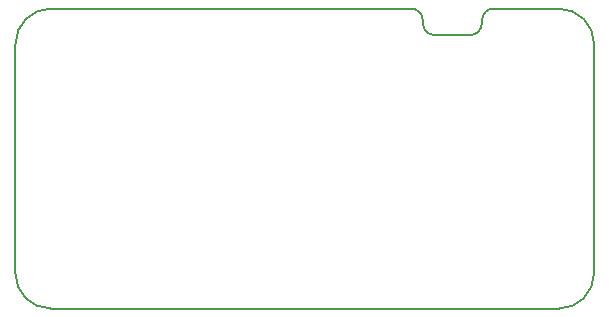
<source format=gbr>
G04 (created by PCBNEW (2013-07-07 BZR 4022)-stable) date 1/4/2015 11:10:14 AM*
%MOIN*%
G04 Gerber Fmt 3.4, Leading zero omitted, Abs format*
%FSLAX34Y34*%
G01*
G70*
G90*
G04 APERTURE LIST*
%ADD10C,0.00590551*%
G04 APERTURE END LIST*
G54D10*
X58464Y-26476D02*
X57283Y-26476D01*
X59251Y-25590D02*
X61417Y-25590D01*
X56496Y-25590D02*
X44488Y-25590D01*
X56889Y-25984D02*
X56889Y-26082D01*
X58858Y-25984D02*
X58858Y-26082D01*
X56889Y-26082D02*
G75*
G03X57283Y-26476I393J0D01*
G74*
G01*
X58464Y-26476D02*
G75*
G03X58858Y-26082I0J393D01*
G74*
G01*
X59251Y-25590D02*
G75*
G03X58858Y-25984I0J-393D01*
G74*
G01*
X56889Y-25984D02*
G75*
G03X56496Y-25590I-393J0D01*
G74*
G01*
X62598Y-34409D02*
X62598Y-26771D01*
X43307Y-34409D02*
X43307Y-26771D01*
X44488Y-35590D02*
X61417Y-35590D01*
X43307Y-34409D02*
G75*
G03X44488Y-35590I1181J0D01*
G74*
G01*
X61417Y-35590D02*
G75*
G03X62598Y-34409I0J1181D01*
G74*
G01*
X62598Y-26771D02*
G75*
G03X61417Y-25590I-1181J0D01*
G74*
G01*
X44488Y-25590D02*
G75*
G03X43307Y-26771I0J-1181D01*
G74*
G01*
M02*

</source>
